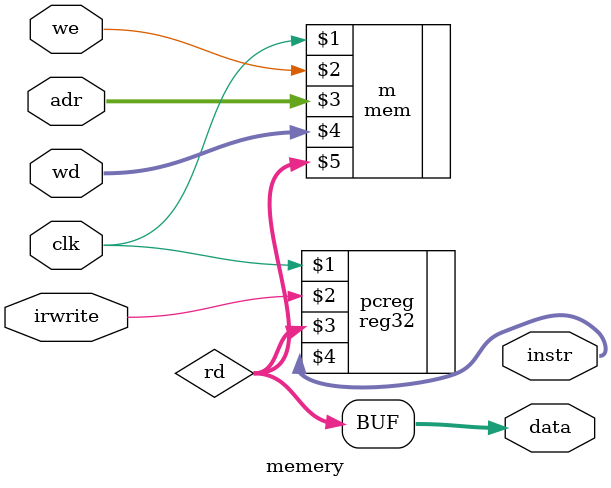
<source format=sv>
`timescale 1ns / 1ps


module memery(input [31:0] adr,
              input [31:0] wd,
              input we,clk,irwrite,
              output [31:0]instr,
              output [31:0]data
    );
    
    logic [31:0] rd;
    mem m(clk,we,adr,wd,rd);
    reg32 pcreg(clk,irwrite,rd,instr);
    //reg32 datareg(clk,1'b1,rd,data);
    assign data=rd;
endmodule

</source>
